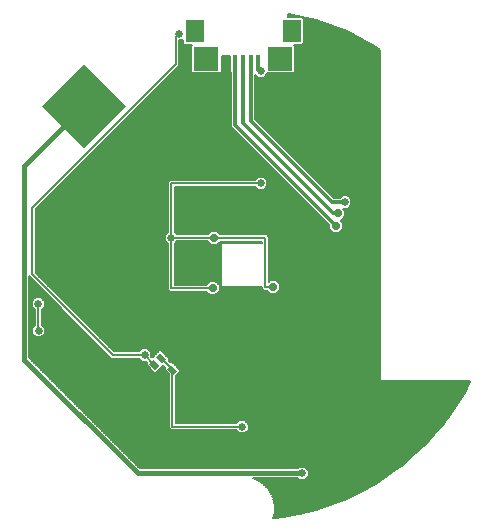
<source format=gbl>
G75*
%MOIN*%
%OFA0B0*%
%FSLAX25Y25*%
%IPPOS*%
%LPD*%
%AMOC8*
5,1,8,0,0,1.08239X$1,22.5*
%
%ADD10R,0.08268X0.07874*%
%ADD11R,0.06299X0.07480*%
%ADD12R,0.01575X0.05315*%
%ADD13R,0.20000X0.20000*%
%ADD14R,0.01969X0.02756*%
%ADD15C,0.03000*%
%ADD16C,0.02919*%
%ADD17C,0.00600*%
%ADD18C,0.02900*%
%ADD19C,0.02600*%
%ADD20C,0.01200*%
%ADD21C,0.01600*%
D10*
X0077795Y0158748D03*
X0102205Y0158748D03*
D11*
X0073858Y0168000D03*
X0106142Y0168000D03*
D12*
X0084882Y0157469D03*
X0087441Y0157469D03*
X0090000Y0157469D03*
X0092559Y0157469D03*
X0095118Y0157469D03*
D13*
G36*
X0143033Y0051109D02*
X0157175Y0036967D01*
X0143033Y0022825D01*
X0128891Y0036967D01*
X0143033Y0051109D01*
G37*
G36*
X0036967Y0157175D02*
X0051109Y0143033D01*
X0036967Y0128891D01*
X0022825Y0143033D01*
X0036967Y0157175D01*
G37*
D14*
G36*
X0061002Y0059250D02*
X0062394Y0060642D01*
X0064342Y0058694D01*
X0062950Y0057302D01*
X0061002Y0059250D01*
G37*
G36*
X0058775Y0057023D02*
X0060167Y0058415D01*
X0062115Y0056467D01*
X0060723Y0055075D01*
X0058775Y0057023D01*
G37*
G36*
X0066956Y0057562D02*
X0068348Y0058954D01*
X0070296Y0057006D01*
X0068904Y0055614D01*
X0066956Y0057562D01*
G37*
G36*
X0064729Y0055335D02*
X0066121Y0056727D01*
X0068069Y0054779D01*
X0066677Y0053387D01*
X0064729Y0055335D01*
G37*
D15*
X0112400Y0130200D03*
X0108400Y0126200D03*
X0112400Y0126200D03*
D16*
X0108400Y0130300D03*
D17*
X0135500Y0051724D02*
X0135500Y0051599D01*
X0135500Y0051476D01*
X0135500Y0051476D01*
X0135500Y0051476D01*
X0135587Y0051388D01*
X0135675Y0051300D01*
X0135676Y0051300D01*
X0135676Y0051300D01*
X0135799Y0051300D01*
X0135924Y0051300D01*
X0135924Y0051300D01*
X0165734Y0051300D01*
X0164236Y0048191D01*
X0158280Y0039041D01*
X0151203Y0030728D01*
X0143121Y0023388D01*
X0134167Y0017142D01*
X0124488Y0012092D01*
X0114242Y0008321D01*
X0103598Y0005892D01*
X0100104Y0005555D01*
X0100599Y0007405D01*
X0100599Y0010195D01*
X0099877Y0012891D01*
X0098481Y0015308D01*
X0096508Y0017281D01*
X0094091Y0018677D01*
X0093258Y0018900D01*
X0108189Y0018900D01*
X0108689Y0018400D01*
X0110511Y0018400D01*
X0111800Y0019689D01*
X0111800Y0021511D01*
X0110511Y0022800D01*
X0108689Y0022800D01*
X0108189Y0022300D01*
X0055504Y0022300D01*
X0018600Y0059204D01*
X0018600Y0086303D01*
X0045400Y0059503D01*
X0045400Y0059503D01*
X0046103Y0058800D01*
X0055289Y0058800D01*
X0056289Y0057800D01*
X0057703Y0057800D01*
X0057991Y0057512D01*
X0057875Y0057396D01*
X0057875Y0056651D01*
X0060351Y0054175D01*
X0061096Y0054175D01*
X0063015Y0056094D01*
X0063015Y0056402D01*
X0063323Y0056402D01*
X0063434Y0056513D01*
X0064034Y0055914D01*
X0063828Y0055708D01*
X0063828Y0054963D01*
X0065199Y0053592D01*
X0065199Y0035603D01*
X0065902Y0034900D01*
X0087689Y0034900D01*
X0088689Y0033900D01*
X0090511Y0033900D01*
X0091800Y0035189D01*
X0091800Y0037011D01*
X0090511Y0038300D01*
X0088689Y0038300D01*
X0087689Y0037300D01*
X0067599Y0037300D01*
X0067599Y0053036D01*
X0068969Y0054406D01*
X0068969Y0055152D01*
X0066493Y0057627D01*
X0065747Y0057627D01*
X0065731Y0057611D01*
X0065131Y0058210D01*
X0065242Y0058321D01*
X0065242Y0059067D01*
X0062767Y0061542D01*
X0062021Y0061542D01*
X0060102Y0059623D01*
X0060102Y0059315D01*
X0059794Y0059315D01*
X0059688Y0059209D01*
X0059400Y0059497D01*
X0059400Y0060911D01*
X0058111Y0062200D01*
X0056289Y0062200D01*
X0055289Y0061200D01*
X0047097Y0061200D01*
X0020900Y0087397D01*
X0020900Y0108603D01*
X0067997Y0155700D01*
X0068700Y0156403D01*
X0068700Y0164900D01*
X0069611Y0164900D01*
X0069809Y0165097D01*
X0069809Y0163887D01*
X0070336Y0163360D01*
X0073063Y0163360D01*
X0072761Y0163058D01*
X0072761Y0154438D01*
X0073289Y0153911D01*
X0082302Y0153911D01*
X0082829Y0154438D01*
X0082829Y0159826D01*
X0085754Y0159826D01*
X0085754Y0154438D01*
X0085941Y0154251D01*
X0085941Y0136038D01*
X0118650Y0103329D01*
X0118650Y0102127D01*
X0120027Y0100750D01*
X0121973Y0100750D01*
X0123350Y0102127D01*
X0123350Y0104073D01*
X0122573Y0104850D01*
X0122573Y0104850D01*
X0123950Y0106227D01*
X0123950Y0108173D01*
X0123323Y0108800D01*
X0124811Y0108800D01*
X0126100Y0110089D01*
X0126100Y0111911D01*
X0124811Y0113200D01*
X0122989Y0113200D01*
X0122289Y0112500D01*
X0120221Y0112500D01*
X0094059Y0138662D01*
X0094059Y0153430D01*
X0094989Y0152500D01*
X0096811Y0152500D01*
X0098100Y0153789D01*
X0098100Y0153911D01*
X0106711Y0153911D01*
X0107239Y0154438D01*
X0107239Y0163058D01*
X0106937Y0163360D01*
X0109664Y0163360D01*
X0110191Y0163887D01*
X0110191Y0172113D01*
X0109664Y0172640D01*
X0105064Y0172640D01*
X0105064Y0173773D01*
X0114242Y0171679D01*
X0124488Y0167908D01*
X0134167Y0162858D01*
X0135700Y0161789D01*
X0135500Y0051724D01*
X0135500Y0051724D01*
X0023900Y0076089D02*
X0023900Y0077911D01*
X0022611Y0079200D01*
X0020789Y0079200D01*
X0019500Y0077911D01*
X0019500Y0076089D01*
X0020500Y0075089D01*
X0020500Y0069911D01*
X0019600Y0069011D01*
X0019600Y0067189D01*
X0020889Y0065900D01*
X0022711Y0065900D01*
X0024000Y0067189D01*
X0024000Y0069011D01*
X0022900Y0070111D01*
X0022900Y0075089D01*
X0023900Y0076089D01*
X0102350Y0081627D02*
X0102350Y0083573D01*
X0100973Y0084950D01*
X0099027Y0084950D01*
X0098600Y0084523D01*
X0098600Y0099497D01*
X0097897Y0100200D01*
X0082423Y0100200D01*
X0081273Y0101350D01*
X0079327Y0101350D01*
X0078277Y0100300D01*
X0068011Y0100300D01*
X0067300Y0101011D01*
X0067300Y0116100D01*
X0093989Y0116100D01*
X0094989Y0115100D01*
X0096811Y0115100D01*
X0098100Y0116389D01*
X0098100Y0118211D01*
X0096811Y0119500D01*
X0094989Y0119500D01*
X0093989Y0118500D01*
X0065603Y0118500D01*
X0064900Y0117797D01*
X0064900Y0101011D01*
X0063900Y0100011D01*
X0063900Y0098189D01*
X0064900Y0097189D01*
X0064900Y0081803D01*
X0065603Y0081100D01*
X0077677Y0081100D01*
X0078827Y0079950D01*
X0080773Y0079950D01*
X0082150Y0081327D01*
X0082150Y0083273D01*
X0080773Y0084650D01*
X0078827Y0084650D01*
X0077677Y0083500D01*
X0067300Y0083500D01*
X0067300Y0097189D01*
X0068011Y0097900D01*
X0078077Y0097900D01*
X0079327Y0096650D01*
X0081273Y0096650D01*
X0082423Y0097800D01*
X0096200Y0097800D01*
X0096200Y0097300D01*
X0082876Y0097300D01*
X0082700Y0097124D01*
X0082700Y0082876D01*
X0082876Y0082700D01*
X0096200Y0082700D01*
X0096200Y0082103D01*
X0096903Y0081400D01*
X0097877Y0081400D01*
X0099027Y0080250D01*
X0100973Y0080250D01*
X0102350Y0081627D01*
X0104005Y0005985D02*
X0100219Y0005985D01*
X0100379Y0006584D02*
X0106628Y0006584D01*
X0109250Y0007182D02*
X0100540Y0007182D01*
X0100599Y0007781D02*
X0111872Y0007781D01*
X0114398Y0008379D02*
X0100599Y0008379D01*
X0100599Y0008978D02*
X0116025Y0008978D01*
X0117651Y0009576D02*
X0100599Y0009576D01*
X0100599Y0010175D02*
X0119278Y0010175D01*
X0120904Y0010773D02*
X0100444Y0010773D01*
X0100284Y0011372D02*
X0122530Y0011372D01*
X0124157Y0011970D02*
X0100124Y0011970D01*
X0099963Y0012569D02*
X0125401Y0012569D01*
X0126549Y0013167D02*
X0099717Y0013167D01*
X0099372Y0013766D02*
X0127696Y0013766D01*
X0128843Y0014364D02*
X0099026Y0014364D01*
X0098681Y0014963D02*
X0129990Y0014963D01*
X0131137Y0015561D02*
X0098228Y0015561D01*
X0097630Y0016160D02*
X0132285Y0016160D01*
X0133432Y0016758D02*
X0097031Y0016758D01*
X0096378Y0017357D02*
X0134475Y0017357D01*
X0135333Y0017955D02*
X0095341Y0017955D01*
X0094304Y0018554D02*
X0108535Y0018554D01*
X0110665Y0018554D02*
X0136191Y0018554D01*
X0137049Y0019152D02*
X0111264Y0019152D01*
X0111800Y0019751D02*
X0137907Y0019751D01*
X0138765Y0020349D02*
X0111800Y0020349D01*
X0111800Y0020948D02*
X0139623Y0020948D01*
X0140481Y0021546D02*
X0111765Y0021546D01*
X0111166Y0022145D02*
X0141339Y0022145D01*
X0108632Y0022743D02*
X0055061Y0022743D01*
X0110568Y0022743D02*
X0142197Y0022743D01*
X0143055Y0023342D02*
X0054462Y0023342D01*
X0053864Y0023940D02*
X0143730Y0023940D01*
X0144389Y0024539D02*
X0053265Y0024539D01*
X0052667Y0025137D02*
X0145048Y0025137D01*
X0145707Y0025736D02*
X0052068Y0025736D01*
X0051470Y0026334D02*
X0146366Y0026334D01*
X0147025Y0026933D02*
X0050871Y0026933D01*
X0050273Y0027532D02*
X0147684Y0027532D01*
X0148343Y0028130D02*
X0049674Y0028130D01*
X0049076Y0028729D02*
X0149002Y0028729D01*
X0149661Y0029327D02*
X0048477Y0029327D01*
X0047879Y0029926D02*
X0150320Y0029926D01*
X0150979Y0030524D02*
X0047280Y0030524D01*
X0046682Y0031123D02*
X0151539Y0031123D01*
X0152049Y0031721D02*
X0046083Y0031721D01*
X0045485Y0032320D02*
X0152558Y0032320D01*
X0153068Y0032918D02*
X0044886Y0032918D01*
X0044288Y0033517D02*
X0153578Y0033517D01*
X0088474Y0034115D02*
X0043689Y0034115D01*
X0090726Y0034115D02*
X0154087Y0034115D01*
X0087875Y0034714D02*
X0043090Y0034714D01*
X0091325Y0034714D02*
X0154597Y0034714D01*
X0065489Y0035312D02*
X0042492Y0035312D01*
X0091800Y0035312D02*
X0155106Y0035312D01*
X0065199Y0035911D02*
X0041893Y0035911D01*
X0091800Y0035911D02*
X0155616Y0035911D01*
X0065199Y0036509D02*
X0041295Y0036509D01*
X0091800Y0036509D02*
X0156125Y0036509D01*
X0065199Y0037108D02*
X0040696Y0037108D01*
X0091704Y0037108D02*
X0156635Y0037108D01*
X0065199Y0037706D02*
X0040098Y0037706D01*
X0067599Y0037706D02*
X0088095Y0037706D01*
X0091105Y0037706D02*
X0157144Y0037706D01*
X0065199Y0038305D02*
X0039499Y0038305D01*
X0067599Y0038305D02*
X0157654Y0038305D01*
X0065199Y0038903D02*
X0038901Y0038903D01*
X0067599Y0038903D02*
X0158163Y0038903D01*
X0065199Y0039502D02*
X0038302Y0039502D01*
X0067599Y0039502D02*
X0158580Y0039502D01*
X0065199Y0040100D02*
X0037704Y0040100D01*
X0067599Y0040100D02*
X0158970Y0040100D01*
X0065199Y0040699D02*
X0037105Y0040699D01*
X0067599Y0040699D02*
X0159360Y0040699D01*
X0065199Y0041297D02*
X0036507Y0041297D01*
X0067599Y0041297D02*
X0159749Y0041297D01*
X0065199Y0041896D02*
X0035908Y0041896D01*
X0067599Y0041896D02*
X0160139Y0041896D01*
X0065199Y0042494D02*
X0035310Y0042494D01*
X0067599Y0042494D02*
X0160528Y0042494D01*
X0065199Y0043093D02*
X0034711Y0043093D01*
X0067599Y0043093D02*
X0160918Y0043093D01*
X0065199Y0043691D02*
X0034113Y0043691D01*
X0067599Y0043691D02*
X0161307Y0043691D01*
X0065199Y0044290D02*
X0033514Y0044290D01*
X0067599Y0044290D02*
X0161697Y0044290D01*
X0065199Y0044888D02*
X0032916Y0044888D01*
X0067599Y0044888D02*
X0162087Y0044888D01*
X0065199Y0045487D02*
X0032317Y0045487D01*
X0067599Y0045487D02*
X0162476Y0045487D01*
X0065199Y0046085D02*
X0031719Y0046085D01*
X0067599Y0046085D02*
X0162866Y0046085D01*
X0065199Y0046684D02*
X0031120Y0046684D01*
X0067599Y0046684D02*
X0163255Y0046684D01*
X0065199Y0047282D02*
X0030522Y0047282D01*
X0067599Y0047282D02*
X0163645Y0047282D01*
X0065199Y0047881D02*
X0029923Y0047881D01*
X0067599Y0047881D02*
X0164035Y0047881D01*
X0065199Y0048479D02*
X0029325Y0048479D01*
X0067599Y0048479D02*
X0164375Y0048479D01*
X0065199Y0049078D02*
X0028726Y0049078D01*
X0067599Y0049078D02*
X0164664Y0049078D01*
X0065199Y0049676D02*
X0028128Y0049676D01*
X0067599Y0049676D02*
X0164952Y0049676D01*
X0065199Y0050275D02*
X0027529Y0050275D01*
X0067599Y0050275D02*
X0165240Y0050275D01*
X0065199Y0050873D02*
X0026931Y0050873D01*
X0067599Y0050873D02*
X0165528Y0050873D01*
X0065199Y0051472D02*
X0026332Y0051472D01*
X0067599Y0051472D02*
X0135504Y0051472D01*
X0065199Y0052070D02*
X0025734Y0052070D01*
X0067599Y0052070D02*
X0135501Y0052070D01*
X0065199Y0052669D02*
X0025135Y0052669D01*
X0067599Y0052669D02*
X0135502Y0052669D01*
X0065199Y0053268D02*
X0024537Y0053268D01*
X0067830Y0053268D02*
X0135503Y0053268D01*
X0064925Y0053866D02*
X0023938Y0053866D01*
X0068429Y0053866D02*
X0135504Y0053866D01*
X0060061Y0054465D02*
X0023340Y0054465D01*
X0061386Y0054465D02*
X0064326Y0054465D01*
X0068969Y0054465D02*
X0135505Y0054465D01*
X0059462Y0055063D02*
X0022741Y0055063D01*
X0061985Y0055063D02*
X0063828Y0055063D01*
X0068969Y0055063D02*
X0135506Y0055063D01*
X0058864Y0055662D02*
X0022143Y0055662D01*
X0062583Y0055662D02*
X0063828Y0055662D01*
X0068459Y0055662D02*
X0135507Y0055662D01*
X0058265Y0056260D02*
X0021544Y0056260D01*
X0063015Y0056260D02*
X0063687Y0056260D01*
X0067860Y0056260D02*
X0135508Y0056260D01*
X0057875Y0056859D02*
X0020946Y0056859D01*
X0067262Y0056859D02*
X0135510Y0056859D01*
X0057936Y0057457D02*
X0020347Y0057457D01*
X0066663Y0057457D02*
X0135511Y0057457D01*
X0056033Y0058056D02*
X0019749Y0058056D01*
X0065286Y0058056D02*
X0135512Y0058056D01*
X0055435Y0058654D02*
X0019150Y0058654D01*
X0065242Y0058654D02*
X0135513Y0058654D01*
X0045650Y0059253D02*
X0018600Y0059253D01*
X0059644Y0059253D02*
X0059731Y0059253D01*
X0065056Y0059253D02*
X0135514Y0059253D01*
X0045052Y0059851D02*
X0018600Y0059851D01*
X0059400Y0059851D02*
X0060330Y0059851D01*
X0064458Y0059851D02*
X0135515Y0059851D01*
X0044453Y0060450D02*
X0018600Y0060450D01*
X0059400Y0060450D02*
X0060928Y0060450D01*
X0063859Y0060450D02*
X0135516Y0060450D01*
X0043855Y0061048D02*
X0018600Y0061048D01*
X0059263Y0061048D02*
X0061527Y0061048D01*
X0063261Y0061048D02*
X0135517Y0061048D01*
X0043256Y0061647D02*
X0018600Y0061647D01*
X0046650Y0061647D02*
X0055735Y0061647D01*
X0058665Y0061647D02*
X0135518Y0061647D01*
X0042658Y0062245D02*
X0018600Y0062245D01*
X0046052Y0062245D02*
X0135519Y0062245D01*
X0042059Y0062844D02*
X0018600Y0062844D01*
X0045453Y0062844D02*
X0135520Y0062844D01*
X0041461Y0063442D02*
X0018600Y0063442D01*
X0044855Y0063442D02*
X0135521Y0063442D01*
X0040862Y0064041D02*
X0018600Y0064041D01*
X0044256Y0064041D02*
X0135523Y0064041D01*
X0040264Y0064639D02*
X0018600Y0064639D01*
X0043658Y0064639D02*
X0135524Y0064639D01*
X0039665Y0065238D02*
X0018600Y0065238D01*
X0043059Y0065238D02*
X0135525Y0065238D01*
X0039067Y0065836D02*
X0018600Y0065836D01*
X0042461Y0065836D02*
X0135526Y0065836D01*
X0020354Y0066435D02*
X0018600Y0066435D01*
X0023246Y0066435D02*
X0038468Y0066435D01*
X0041862Y0066435D02*
X0135527Y0066435D01*
X0019755Y0067033D02*
X0018600Y0067033D01*
X0023845Y0067033D02*
X0037870Y0067033D01*
X0041264Y0067033D02*
X0135528Y0067033D01*
X0019600Y0067632D02*
X0018600Y0067632D01*
X0024000Y0067632D02*
X0037271Y0067632D01*
X0040665Y0067632D02*
X0135529Y0067632D01*
X0019600Y0068230D02*
X0018600Y0068230D01*
X0024000Y0068230D02*
X0036673Y0068230D01*
X0040067Y0068230D02*
X0135530Y0068230D01*
X0019600Y0068829D02*
X0018600Y0068829D01*
X0024000Y0068829D02*
X0036074Y0068829D01*
X0039468Y0068829D02*
X0135531Y0068829D01*
X0020016Y0069427D02*
X0018600Y0069427D01*
X0023584Y0069427D02*
X0035476Y0069427D01*
X0038870Y0069427D02*
X0135532Y0069427D01*
X0020500Y0070026D02*
X0018600Y0070026D01*
X0022985Y0070026D02*
X0034877Y0070026D01*
X0038271Y0070026D02*
X0135533Y0070026D01*
X0020500Y0070624D02*
X0018600Y0070624D01*
X0022900Y0070624D02*
X0034279Y0070624D01*
X0037673Y0070624D02*
X0135534Y0070624D01*
X0020500Y0071223D02*
X0018600Y0071223D01*
X0022900Y0071223D02*
X0033680Y0071223D01*
X0037074Y0071223D02*
X0135536Y0071223D01*
X0020500Y0071821D02*
X0018600Y0071821D01*
X0022900Y0071821D02*
X0033082Y0071821D01*
X0036476Y0071821D02*
X0135537Y0071821D01*
X0020500Y0072420D02*
X0018600Y0072420D01*
X0022900Y0072420D02*
X0032483Y0072420D01*
X0035877Y0072420D02*
X0135538Y0072420D01*
X0020500Y0073018D02*
X0018600Y0073018D01*
X0022900Y0073018D02*
X0031885Y0073018D01*
X0035279Y0073018D02*
X0135539Y0073018D01*
X0020500Y0073617D02*
X0018600Y0073617D01*
X0022900Y0073617D02*
X0031286Y0073617D01*
X0034680Y0073617D02*
X0135540Y0073617D01*
X0020500Y0074215D02*
X0018600Y0074215D01*
X0022900Y0074215D02*
X0030688Y0074215D01*
X0034082Y0074215D02*
X0135541Y0074215D01*
X0020500Y0074814D02*
X0018600Y0074814D01*
X0022900Y0074814D02*
X0030089Y0074814D01*
X0033483Y0074814D02*
X0135542Y0074814D01*
X0020176Y0075412D02*
X0018600Y0075412D01*
X0023224Y0075412D02*
X0029491Y0075412D01*
X0032885Y0075412D02*
X0135543Y0075412D01*
X0019578Y0076011D02*
X0018600Y0076011D01*
X0023822Y0076011D02*
X0028892Y0076011D01*
X0032286Y0076011D02*
X0135544Y0076011D01*
X0019500Y0076609D02*
X0018600Y0076609D01*
X0023900Y0076609D02*
X0028294Y0076609D01*
X0031688Y0076609D02*
X0135545Y0076609D01*
X0019500Y0077208D02*
X0018600Y0077208D01*
X0023900Y0077208D02*
X0027695Y0077208D01*
X0031089Y0077208D02*
X0135546Y0077208D01*
X0019500Y0077806D02*
X0018600Y0077806D01*
X0023900Y0077806D02*
X0027096Y0077806D01*
X0030491Y0077806D02*
X0135547Y0077806D01*
X0019994Y0078405D02*
X0018600Y0078405D01*
X0023406Y0078405D02*
X0026498Y0078405D01*
X0029892Y0078405D02*
X0135549Y0078405D01*
X0020592Y0079003D02*
X0018600Y0079003D01*
X0022808Y0079003D02*
X0025899Y0079003D01*
X0029294Y0079003D02*
X0135550Y0079003D01*
X0025301Y0079602D02*
X0018600Y0079602D01*
X0028695Y0079602D02*
X0135551Y0079602D01*
X0024702Y0080201D02*
X0018600Y0080201D01*
X0028097Y0080201D02*
X0078576Y0080201D01*
X0081024Y0080201D02*
X0135552Y0080201D01*
X0024104Y0080799D02*
X0018600Y0080799D01*
X0027498Y0080799D02*
X0077978Y0080799D01*
X0081622Y0080799D02*
X0098478Y0080799D01*
X0101522Y0080799D02*
X0135553Y0080799D01*
X0023505Y0081398D02*
X0018600Y0081398D01*
X0026899Y0081398D02*
X0065305Y0081398D01*
X0082150Y0081398D02*
X0097879Y0081398D01*
X0102121Y0081398D02*
X0135554Y0081398D01*
X0022907Y0081996D02*
X0018600Y0081996D01*
X0026301Y0081996D02*
X0064900Y0081996D01*
X0082150Y0081996D02*
X0096307Y0081996D01*
X0102350Y0081996D02*
X0135555Y0081996D01*
X0022308Y0082595D02*
X0018600Y0082595D01*
X0025702Y0082595D02*
X0064900Y0082595D01*
X0082150Y0082595D02*
X0096200Y0082595D01*
X0102350Y0082595D02*
X0135556Y0082595D01*
X0021710Y0083193D02*
X0018600Y0083193D01*
X0025104Y0083193D02*
X0064900Y0083193D01*
X0082150Y0083193D02*
X0082700Y0083193D01*
X0102350Y0083193D02*
X0135557Y0083193D01*
X0021111Y0083792D02*
X0018600Y0083792D01*
X0024505Y0083792D02*
X0064900Y0083792D01*
X0067300Y0083792D02*
X0077968Y0083792D01*
X0081632Y0083792D02*
X0082700Y0083792D01*
X0102132Y0083792D02*
X0135558Y0083792D01*
X0020513Y0084390D02*
X0018600Y0084390D01*
X0023907Y0084390D02*
X0064900Y0084390D01*
X0067300Y0084390D02*
X0078567Y0084390D01*
X0081033Y0084390D02*
X0082700Y0084390D01*
X0101533Y0084390D02*
X0135559Y0084390D01*
X0019914Y0084989D02*
X0018600Y0084989D01*
X0023308Y0084989D02*
X0064900Y0084989D01*
X0067300Y0084989D02*
X0082700Y0084989D01*
X0098600Y0084989D02*
X0135560Y0084989D01*
X0019316Y0085587D02*
X0018600Y0085587D01*
X0022710Y0085587D02*
X0064900Y0085587D01*
X0067300Y0085587D02*
X0082700Y0085587D01*
X0098600Y0085587D02*
X0135562Y0085587D01*
X0018717Y0086186D02*
X0018600Y0086186D01*
X0022111Y0086186D02*
X0064900Y0086186D01*
X0067300Y0086186D02*
X0082700Y0086186D01*
X0098600Y0086186D02*
X0135563Y0086186D01*
X0064900Y0086784D02*
X0021513Y0086784D01*
X0067300Y0086784D02*
X0082700Y0086784D01*
X0098600Y0086784D02*
X0135564Y0086784D01*
X0064900Y0087383D02*
X0020914Y0087383D01*
X0067300Y0087383D02*
X0082700Y0087383D01*
X0098600Y0087383D02*
X0135565Y0087383D01*
X0064900Y0087981D02*
X0020900Y0087981D01*
X0067300Y0087981D02*
X0082700Y0087981D01*
X0098600Y0087981D02*
X0135566Y0087981D01*
X0064900Y0088580D02*
X0020900Y0088580D01*
X0067300Y0088580D02*
X0082700Y0088580D01*
X0098600Y0088580D02*
X0135567Y0088580D01*
X0064900Y0089178D02*
X0020900Y0089178D01*
X0067300Y0089178D02*
X0082700Y0089178D01*
X0098600Y0089178D02*
X0135568Y0089178D01*
X0064900Y0089777D02*
X0020900Y0089777D01*
X0067300Y0089777D02*
X0082700Y0089777D01*
X0098600Y0089777D02*
X0135569Y0089777D01*
X0064900Y0090375D02*
X0020900Y0090375D01*
X0067300Y0090375D02*
X0082700Y0090375D01*
X0098600Y0090375D02*
X0135570Y0090375D01*
X0064900Y0090974D02*
X0020900Y0090974D01*
X0067300Y0090974D02*
X0082700Y0090974D01*
X0098600Y0090974D02*
X0135571Y0090974D01*
X0064900Y0091572D02*
X0020900Y0091572D01*
X0067300Y0091572D02*
X0082700Y0091572D01*
X0098600Y0091572D02*
X0135572Y0091572D01*
X0064900Y0092171D02*
X0020900Y0092171D01*
X0067300Y0092171D02*
X0082700Y0092171D01*
X0098600Y0092171D02*
X0135574Y0092171D01*
X0064900Y0092769D02*
X0020900Y0092769D01*
X0067300Y0092769D02*
X0082700Y0092769D01*
X0098600Y0092769D02*
X0135575Y0092769D01*
X0064900Y0093368D02*
X0020900Y0093368D01*
X0067300Y0093368D02*
X0082700Y0093368D01*
X0098600Y0093368D02*
X0135576Y0093368D01*
X0064900Y0093966D02*
X0020900Y0093966D01*
X0067300Y0093966D02*
X0082700Y0093966D01*
X0098600Y0093966D02*
X0135577Y0093966D01*
X0064900Y0094565D02*
X0020900Y0094565D01*
X0067300Y0094565D02*
X0082700Y0094565D01*
X0098600Y0094565D02*
X0135578Y0094565D01*
X0064900Y0095163D02*
X0020900Y0095163D01*
X0067300Y0095163D02*
X0082700Y0095163D01*
X0098600Y0095163D02*
X0135579Y0095163D01*
X0064900Y0095762D02*
X0020900Y0095762D01*
X0067300Y0095762D02*
X0082700Y0095762D01*
X0098600Y0095762D02*
X0135580Y0095762D01*
X0064900Y0096360D02*
X0020900Y0096360D01*
X0067300Y0096360D02*
X0082700Y0096360D01*
X0098600Y0096360D02*
X0135581Y0096360D01*
X0064900Y0096959D02*
X0020900Y0096959D01*
X0067300Y0096959D02*
X0079018Y0096959D01*
X0081582Y0096959D02*
X0082700Y0096959D01*
X0098600Y0096959D02*
X0135582Y0096959D01*
X0064531Y0097557D02*
X0020900Y0097557D01*
X0067669Y0097557D02*
X0078419Y0097557D01*
X0082181Y0097557D02*
X0096200Y0097557D01*
X0098600Y0097557D02*
X0135583Y0097557D01*
X0063933Y0098156D02*
X0020900Y0098156D01*
X0098600Y0098156D02*
X0135584Y0098156D01*
X0063900Y0098754D02*
X0020900Y0098754D01*
X0098600Y0098754D02*
X0135585Y0098754D01*
X0063900Y0099353D02*
X0020900Y0099353D01*
X0098600Y0099353D02*
X0135587Y0099353D01*
X0063900Y0099951D02*
X0020900Y0099951D01*
X0098146Y0099951D02*
X0135588Y0099951D01*
X0064439Y0100550D02*
X0020900Y0100550D01*
X0067761Y0100550D02*
X0078527Y0100550D01*
X0082073Y0100550D02*
X0135589Y0100550D01*
X0064900Y0101148D02*
X0020900Y0101148D01*
X0067300Y0101148D02*
X0079125Y0101148D01*
X0081475Y0101148D02*
X0119628Y0101148D01*
X0122372Y0101148D02*
X0135590Y0101148D01*
X0064900Y0101747D02*
X0020900Y0101747D01*
X0067300Y0101747D02*
X0119030Y0101747D01*
X0122970Y0101747D02*
X0135591Y0101747D01*
X0064900Y0102345D02*
X0020900Y0102345D01*
X0067300Y0102345D02*
X0118650Y0102345D01*
X0123350Y0102345D02*
X0135592Y0102345D01*
X0064900Y0102944D02*
X0020900Y0102944D01*
X0067300Y0102944D02*
X0118650Y0102944D01*
X0123350Y0102944D02*
X0135593Y0102944D01*
X0064900Y0103542D02*
X0020900Y0103542D01*
X0067300Y0103542D02*
X0118436Y0103542D01*
X0123350Y0103542D02*
X0135594Y0103542D01*
X0064900Y0104141D02*
X0020900Y0104141D01*
X0067300Y0104141D02*
X0117838Y0104141D01*
X0123282Y0104141D02*
X0135595Y0104141D01*
X0064900Y0104739D02*
X0020900Y0104739D01*
X0067300Y0104739D02*
X0117239Y0104739D01*
X0122684Y0104739D02*
X0135596Y0104739D01*
X0064900Y0105338D02*
X0020900Y0105338D01*
X0067300Y0105338D02*
X0116641Y0105338D01*
X0123061Y0105338D02*
X0135597Y0105338D01*
X0064900Y0105937D02*
X0020900Y0105937D01*
X0067300Y0105937D02*
X0116042Y0105937D01*
X0123660Y0105937D02*
X0135598Y0105937D01*
X0064900Y0106535D02*
X0020900Y0106535D01*
X0067300Y0106535D02*
X0115444Y0106535D01*
X0123950Y0106535D02*
X0135600Y0106535D01*
X0064900Y0107134D02*
X0020900Y0107134D01*
X0067300Y0107134D02*
X0114845Y0107134D01*
X0123950Y0107134D02*
X0135601Y0107134D01*
X0064900Y0107732D02*
X0020900Y0107732D01*
X0067300Y0107732D02*
X0114247Y0107732D01*
X0123950Y0107732D02*
X0135602Y0107732D01*
X0064900Y0108331D02*
X0020900Y0108331D01*
X0067300Y0108331D02*
X0113648Y0108331D01*
X0123793Y0108331D02*
X0135603Y0108331D01*
X0064900Y0108929D02*
X0021226Y0108929D01*
X0067300Y0108929D02*
X0113050Y0108929D01*
X0124940Y0108929D02*
X0135604Y0108929D01*
X0064900Y0109528D02*
X0021825Y0109528D01*
X0067300Y0109528D02*
X0112451Y0109528D01*
X0125539Y0109528D02*
X0135605Y0109528D01*
X0064900Y0110126D02*
X0022423Y0110126D01*
X0067300Y0110126D02*
X0111853Y0110126D01*
X0126100Y0110126D02*
X0135606Y0110126D01*
X0064900Y0110725D02*
X0023022Y0110725D01*
X0067300Y0110725D02*
X0111254Y0110725D01*
X0126100Y0110725D02*
X0135607Y0110725D01*
X0064900Y0111323D02*
X0023620Y0111323D01*
X0067300Y0111323D02*
X0110656Y0111323D01*
X0126100Y0111323D02*
X0135608Y0111323D01*
X0064900Y0111922D02*
X0024219Y0111922D01*
X0067300Y0111922D02*
X0110057Y0111922D01*
X0126090Y0111922D02*
X0135609Y0111922D01*
X0064900Y0112520D02*
X0024817Y0112520D01*
X0067300Y0112520D02*
X0109459Y0112520D01*
X0120201Y0112520D02*
X0122309Y0112520D01*
X0125491Y0112520D02*
X0135610Y0112520D01*
X0064900Y0113119D02*
X0025416Y0113119D01*
X0067300Y0113119D02*
X0108860Y0113119D01*
X0119603Y0113119D02*
X0122907Y0113119D01*
X0124893Y0113119D02*
X0135611Y0113119D01*
X0064900Y0113717D02*
X0026014Y0113717D01*
X0067300Y0113717D02*
X0108262Y0113717D01*
X0119004Y0113717D02*
X0135613Y0113717D01*
X0064900Y0114316D02*
X0026613Y0114316D01*
X0067300Y0114316D02*
X0107663Y0114316D01*
X0118406Y0114316D02*
X0135614Y0114316D01*
X0064900Y0114914D02*
X0027211Y0114914D01*
X0067300Y0114914D02*
X0107064Y0114914D01*
X0117807Y0114914D02*
X0135615Y0114914D01*
X0064900Y0115513D02*
X0027810Y0115513D01*
X0067300Y0115513D02*
X0094576Y0115513D01*
X0097224Y0115513D02*
X0106466Y0115513D01*
X0117209Y0115513D02*
X0135616Y0115513D01*
X0064900Y0116111D02*
X0028408Y0116111D01*
X0097822Y0116111D02*
X0105867Y0116111D01*
X0116610Y0116111D02*
X0135617Y0116111D01*
X0064900Y0116710D02*
X0029007Y0116710D01*
X0098100Y0116710D02*
X0105269Y0116710D01*
X0116012Y0116710D02*
X0135618Y0116710D01*
X0064900Y0117308D02*
X0029605Y0117308D01*
X0098100Y0117308D02*
X0104670Y0117308D01*
X0115413Y0117308D02*
X0135619Y0117308D01*
X0065010Y0117907D02*
X0030204Y0117907D01*
X0098100Y0117907D02*
X0104072Y0117907D01*
X0114815Y0117907D02*
X0135620Y0117907D01*
X0093994Y0118505D02*
X0030802Y0118505D01*
X0097806Y0118505D02*
X0103473Y0118505D01*
X0114216Y0118505D02*
X0135621Y0118505D01*
X0094592Y0119104D02*
X0031401Y0119104D01*
X0097208Y0119104D02*
X0102875Y0119104D01*
X0113618Y0119104D02*
X0135622Y0119104D01*
X0102276Y0119702D02*
X0031999Y0119702D01*
X0113019Y0119702D02*
X0135623Y0119702D01*
X0101678Y0120301D02*
X0032598Y0120301D01*
X0112421Y0120301D02*
X0135624Y0120301D01*
X0101079Y0120899D02*
X0033196Y0120899D01*
X0111822Y0120899D02*
X0135626Y0120899D01*
X0100481Y0121498D02*
X0033795Y0121498D01*
X0111224Y0121498D02*
X0135627Y0121498D01*
X0099882Y0122096D02*
X0034393Y0122096D01*
X0110625Y0122096D02*
X0135628Y0122096D01*
X0099284Y0122695D02*
X0034992Y0122695D01*
X0110026Y0122695D02*
X0135629Y0122695D01*
X0098685Y0123293D02*
X0035590Y0123293D01*
X0109428Y0123293D02*
X0135630Y0123293D01*
X0098087Y0123892D02*
X0036189Y0123892D01*
X0108829Y0123892D02*
X0135631Y0123892D01*
X0097488Y0124490D02*
X0036787Y0124490D01*
X0108231Y0124490D02*
X0135632Y0124490D01*
X0096890Y0125089D02*
X0037386Y0125089D01*
X0107632Y0125089D02*
X0135633Y0125089D01*
X0096291Y0125687D02*
X0037984Y0125687D01*
X0107034Y0125687D02*
X0135634Y0125687D01*
X0095693Y0126286D02*
X0038583Y0126286D01*
X0106435Y0126286D02*
X0135635Y0126286D01*
X0095094Y0126884D02*
X0039181Y0126884D01*
X0105837Y0126884D02*
X0135636Y0126884D01*
X0094496Y0127483D02*
X0039780Y0127483D01*
X0105238Y0127483D02*
X0135637Y0127483D01*
X0093897Y0128081D02*
X0040378Y0128081D01*
X0104640Y0128081D02*
X0135639Y0128081D01*
X0093299Y0128680D02*
X0040977Y0128680D01*
X0104041Y0128680D02*
X0135640Y0128680D01*
X0092700Y0129278D02*
X0041575Y0129278D01*
X0103443Y0129278D02*
X0135641Y0129278D01*
X0092102Y0129877D02*
X0042174Y0129877D01*
X0102844Y0129877D02*
X0135642Y0129877D01*
X0091503Y0130475D02*
X0042773Y0130475D01*
X0102246Y0130475D02*
X0135643Y0130475D01*
X0090905Y0131074D02*
X0043371Y0131074D01*
X0101647Y0131074D02*
X0135644Y0131074D01*
X0090306Y0131672D02*
X0043970Y0131672D01*
X0101049Y0131672D02*
X0135645Y0131672D01*
X0089708Y0132271D02*
X0044568Y0132271D01*
X0100450Y0132271D02*
X0135646Y0132271D01*
X0089109Y0132870D02*
X0045167Y0132870D01*
X0099852Y0132870D02*
X0135647Y0132870D01*
X0088511Y0133468D02*
X0045765Y0133468D01*
X0099253Y0133468D02*
X0135648Y0133468D01*
X0087912Y0134067D02*
X0046364Y0134067D01*
X0098655Y0134067D02*
X0135649Y0134067D01*
X0087314Y0134665D02*
X0046962Y0134665D01*
X0098056Y0134665D02*
X0135650Y0134665D01*
X0086715Y0135264D02*
X0047561Y0135264D01*
X0097458Y0135264D02*
X0135652Y0135264D01*
X0086117Y0135862D02*
X0048159Y0135862D01*
X0096859Y0135862D02*
X0135653Y0135862D01*
X0085941Y0136461D02*
X0048758Y0136461D01*
X0096261Y0136461D02*
X0135654Y0136461D01*
X0085941Y0137059D02*
X0049356Y0137059D01*
X0095662Y0137059D02*
X0135655Y0137059D01*
X0085941Y0137658D02*
X0049955Y0137658D01*
X0095064Y0137658D02*
X0135656Y0137658D01*
X0085941Y0138256D02*
X0050553Y0138256D01*
X0094465Y0138256D02*
X0135657Y0138256D01*
X0085941Y0138855D02*
X0051152Y0138855D01*
X0094059Y0138855D02*
X0135658Y0138855D01*
X0085941Y0139453D02*
X0051750Y0139453D01*
X0094059Y0139453D02*
X0135659Y0139453D01*
X0085941Y0140052D02*
X0052349Y0140052D01*
X0094059Y0140052D02*
X0135660Y0140052D01*
X0085941Y0140650D02*
X0052947Y0140650D01*
X0094059Y0140650D02*
X0135661Y0140650D01*
X0085941Y0141249D02*
X0053546Y0141249D01*
X0094059Y0141249D02*
X0135662Y0141249D01*
X0085941Y0141847D02*
X0054144Y0141847D01*
X0094059Y0141847D02*
X0135663Y0141847D01*
X0085941Y0142446D02*
X0054743Y0142446D01*
X0094059Y0142446D02*
X0135665Y0142446D01*
X0085941Y0143044D02*
X0055341Y0143044D01*
X0094059Y0143044D02*
X0135666Y0143044D01*
X0085941Y0143643D02*
X0055940Y0143643D01*
X0094059Y0143643D02*
X0135667Y0143643D01*
X0085941Y0144241D02*
X0056538Y0144241D01*
X0094059Y0144241D02*
X0135668Y0144241D01*
X0085941Y0144840D02*
X0057137Y0144840D01*
X0094059Y0144840D02*
X0135669Y0144840D01*
X0085941Y0145438D02*
X0057735Y0145438D01*
X0094059Y0145438D02*
X0135670Y0145438D01*
X0085941Y0146037D02*
X0058334Y0146037D01*
X0094059Y0146037D02*
X0135671Y0146037D01*
X0085941Y0146635D02*
X0058932Y0146635D01*
X0094059Y0146635D02*
X0135672Y0146635D01*
X0085941Y0147234D02*
X0059531Y0147234D01*
X0094059Y0147234D02*
X0135673Y0147234D01*
X0085941Y0147832D02*
X0060129Y0147832D01*
X0094059Y0147832D02*
X0135674Y0147832D01*
X0085941Y0148431D02*
X0060728Y0148431D01*
X0094059Y0148431D02*
X0135675Y0148431D01*
X0085941Y0149029D02*
X0061326Y0149029D01*
X0094059Y0149029D02*
X0135677Y0149029D01*
X0085941Y0149628D02*
X0061925Y0149628D01*
X0094059Y0149628D02*
X0135678Y0149628D01*
X0085941Y0150226D02*
X0062523Y0150226D01*
X0094059Y0150226D02*
X0135679Y0150226D01*
X0085941Y0150825D02*
X0063122Y0150825D01*
X0094059Y0150825D02*
X0135680Y0150825D01*
X0085941Y0151423D02*
X0063720Y0151423D01*
X0094059Y0151423D02*
X0135681Y0151423D01*
X0085941Y0152022D02*
X0064319Y0152022D01*
X0094059Y0152022D02*
X0135682Y0152022D01*
X0085941Y0152620D02*
X0064917Y0152620D01*
X0094059Y0152620D02*
X0094868Y0152620D01*
X0096932Y0152620D02*
X0135683Y0152620D01*
X0085941Y0153219D02*
X0065516Y0153219D01*
X0094059Y0153219D02*
X0094270Y0153219D01*
X0097530Y0153219D02*
X0135684Y0153219D01*
X0085941Y0153817D02*
X0066114Y0153817D01*
X0098100Y0153817D02*
X0135685Y0153817D01*
X0072784Y0154416D02*
X0066713Y0154416D01*
X0082807Y0154416D02*
X0085776Y0154416D01*
X0107216Y0154416D02*
X0135686Y0154416D01*
X0072761Y0155014D02*
X0067311Y0155014D01*
X0082829Y0155014D02*
X0085754Y0155014D01*
X0107239Y0155014D02*
X0135687Y0155014D01*
X0072761Y0155613D02*
X0067910Y0155613D01*
X0082829Y0155613D02*
X0085754Y0155613D01*
X0107239Y0155613D02*
X0135688Y0155613D01*
X0072761Y0156211D02*
X0068509Y0156211D01*
X0082829Y0156211D02*
X0085754Y0156211D01*
X0107239Y0156211D02*
X0135690Y0156211D01*
X0072761Y0156810D02*
X0068700Y0156810D01*
X0082829Y0156810D02*
X0085754Y0156810D01*
X0107239Y0156810D02*
X0135691Y0156810D01*
X0072761Y0157408D02*
X0068700Y0157408D01*
X0082829Y0157408D02*
X0085754Y0157408D01*
X0107239Y0157408D02*
X0135692Y0157408D01*
X0072761Y0158007D02*
X0068700Y0158007D01*
X0082829Y0158007D02*
X0085754Y0158007D01*
X0107239Y0158007D02*
X0135693Y0158007D01*
X0072761Y0158605D02*
X0068700Y0158605D01*
X0082829Y0158605D02*
X0085754Y0158605D01*
X0107239Y0158605D02*
X0135694Y0158605D01*
X0072761Y0159204D02*
X0068700Y0159204D01*
X0082829Y0159204D02*
X0085754Y0159204D01*
X0107239Y0159204D02*
X0135695Y0159204D01*
X0072761Y0159803D02*
X0068700Y0159803D01*
X0082829Y0159803D02*
X0085754Y0159803D01*
X0107239Y0159803D02*
X0135696Y0159803D01*
X0072761Y0160401D02*
X0068700Y0160401D01*
X0107239Y0160401D02*
X0135697Y0160401D01*
X0072761Y0161000D02*
X0068700Y0161000D01*
X0107239Y0161000D02*
X0135698Y0161000D01*
X0072761Y0161598D02*
X0068700Y0161598D01*
X0107239Y0161598D02*
X0135699Y0161598D01*
X0072761Y0162197D02*
X0068700Y0162197D01*
X0107239Y0162197D02*
X0135115Y0162197D01*
X0072761Y0162795D02*
X0068700Y0162795D01*
X0107239Y0162795D02*
X0134257Y0162795D01*
X0070302Y0163394D02*
X0068700Y0163394D01*
X0109698Y0163394D02*
X0133141Y0163394D01*
X0069809Y0163992D02*
X0068700Y0163992D01*
X0110191Y0163992D02*
X0131993Y0163992D01*
X0069809Y0164591D02*
X0068700Y0164591D01*
X0110191Y0164591D02*
X0130846Y0164591D01*
X0129699Y0165189D02*
X0110191Y0165189D01*
X0110191Y0165788D02*
X0128552Y0165788D01*
X0127405Y0166386D02*
X0110191Y0166386D01*
X0110191Y0166985D02*
X0126257Y0166985D01*
X0125110Y0167583D02*
X0110191Y0167583D01*
X0110191Y0168182D02*
X0123744Y0168182D01*
X0122117Y0168780D02*
X0110191Y0168780D01*
X0110191Y0169379D02*
X0120491Y0169379D01*
X0118865Y0169977D02*
X0110191Y0169977D01*
X0110191Y0170576D02*
X0117238Y0170576D01*
X0115612Y0171174D02*
X0110191Y0171174D01*
X0110191Y0171773D02*
X0113829Y0171773D01*
X0111207Y0172371D02*
X0109933Y0172371D01*
X0108584Y0172970D02*
X0105064Y0172970D01*
X0105064Y0173568D02*
X0105962Y0173568D01*
X0143033Y0036967D02*
X0129900Y0036967D01*
X0129900Y0050000D01*
X0095118Y0154700D02*
X0095118Y0157469D01*
X0019700Y0109100D02*
X0019700Y0086900D01*
X0046600Y0060000D01*
X0057200Y0060000D01*
X0060445Y0056755D01*
X0060445Y0056745D01*
X0019700Y0109100D02*
X0067500Y0156900D01*
X0095118Y0154700D02*
X0095900Y0154700D01*
X0067500Y0156900D02*
X0067500Y0165900D01*
X0068700Y0167100D01*
X0062672Y0058972D02*
X0066399Y0055246D01*
X0066399Y0055057D01*
X0066399Y0036100D01*
X0089600Y0036100D01*
X0079800Y0082300D02*
X0066100Y0082300D01*
X0066100Y0099100D01*
X0080300Y0099000D02*
X0097400Y0099000D01*
X0100000Y0082600D02*
X0097400Y0082600D01*
X0097400Y0099000D01*
X0066100Y0099100D02*
X0080300Y0099100D01*
X0080300Y0099000D01*
X0066100Y0099100D02*
X0066100Y0117300D01*
X0095900Y0117300D01*
X0021700Y0077000D02*
X0021700Y0068100D01*
X0021800Y0068100D01*
D18*
X0105800Y0053000D03*
X0079200Y0024100D03*
X0094500Y0030000D03*
X0084500Y0077300D03*
X0080700Y0087500D03*
X0100000Y0093900D03*
X0103000Y0150800D03*
X0130500Y0132400D03*
X0131900Y0122800D03*
X0133900Y0119500D03*
X0128700Y0122900D03*
X0072300Y0065600D03*
X0083000Y0140500D03*
X0132400Y0144500D03*
X0121600Y0107200D03*
X0121000Y0103100D03*
X0080300Y0099000D03*
X0079800Y0082300D03*
X0100000Y0082600D03*
D19*
X0115900Y0142900D03*
X0117100Y0155100D03*
X0086800Y0062400D03*
X0094000Y0050700D03*
X0074500Y0150200D03*
X0108500Y0027500D03*
X0129900Y0050000D03*
X0070400Y0156000D03*
X0084900Y0152000D03*
X0028300Y0103000D03*
X0032300Y0048600D03*
X0029200Y0059700D03*
X0095900Y0154700D03*
X0057200Y0060000D03*
X0068700Y0167100D03*
X0123900Y0111000D03*
X0109600Y0020600D03*
X0089600Y0036100D03*
X0066100Y0099100D03*
X0095900Y0117300D03*
X0021700Y0077000D03*
X0021800Y0068100D03*
D20*
X0090000Y0157469D02*
X0090000Y0137200D01*
X0120000Y0107200D01*
X0121600Y0107200D01*
X0087441Y0157469D02*
X0087441Y0136659D01*
X0121000Y0103100D01*
X0092559Y0157469D02*
X0092559Y0138041D01*
X0119600Y0111000D01*
X0123900Y0111000D01*
D21*
X0036967Y0143033D02*
X0016900Y0122966D01*
X0016900Y0058500D01*
X0054800Y0020600D01*
X0109600Y0020600D01*
M02*

</source>
